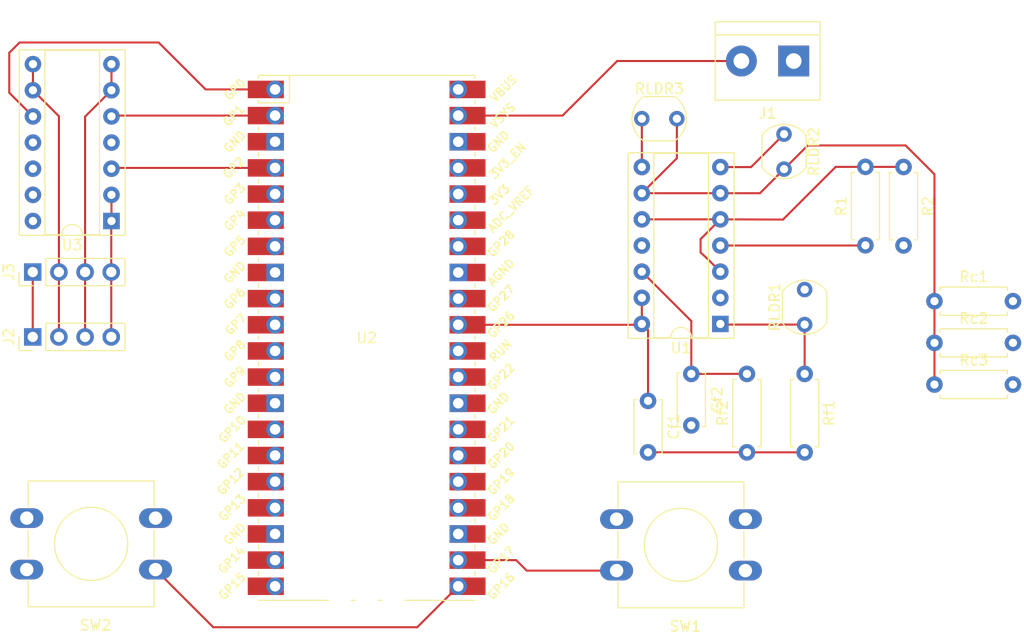
<source format=kicad_pcb>
(kicad_pcb (version 20240108) (generator "pcbnew") (generator_version "8.0")
  (layers (0 "F.Cu" signal) (31 "B.Cu" signal) (34 "B.Paste" user) (35 "F.Paste" user) (36 "B.SilkS" user "B.Silkscreen") (37 "F.SilkS" user "F.Silkscreen") (38 "B.Mask" user) (39 "F.Mask" user) (44 "Edge.Cuts" user))
  (net 0 "")
  (net 1 "Net-(Cf1-Pad2)")
  (net 2 "Net-(U1D-+)")
  (net 3 "GND")
  (net 4 "Net-(J2-Pin_3)")
  (net 5 "Net-(J2-Pin_2)")
  (net 6 "Net-(J2-Pin_4)")
  (net 7 "/Vfiltrado")
  (net 8 "VCC")
  (net 9 "/sensores/Vref")
  (net 10 "Net-(U1A--)")
  (net 11 "/Vldr")
  (net 12 "Net-(RLDR2-Pad1)")
  (net 13 "Net-(RLDR3-Pad1)")
  (net 19 "/VledG")
  (net 23 "/VledB")
  (net 46 "/VledR")
  (net 52 "/Btn1")
  (net 53 "/Btn2")
  (footprint "OptoDevice:R_LDR_5.1x4.3mm_P3.4mm_Vertical" (layer "F.Cu") (at 150.4 63.1 -90)
    (property "Reference" "RLDR2" (at 1.7 -2.9 90) (layer "F.SilkS"))
    (property "Value" "LDR07")
    (fp_line (start 0.15 2.15) (end 3.2 2.15) (stroke (width 0.12)) (layer "F.SilkS"))
    (fp_line (start 0.15 -2.15) (end 3.2 -2.15) (stroke (width 0.12)) (layer "F.SilkS"))
    (fp_arc (start 0.15 2.15) (mid -0.950438 -0.013368) (end 0.171766 -2.165525) (stroke (width 0.12)) (layer "F.SilkS"))
    (fp_arc (start 3.2 -2.15) (mid 4.321403 -0.027338) (end 3.244513 2.118249) (stroke (width 0.12)) (layer "F.SilkS"))
    (pad "1" thru_hole circle (at 0 0 270) (size 1.5 1.5) (drill 0.8) (layers "*.Cu" "*.Mask") (net 12 "Net-(RLDR2-Pad1)"))
    (pad "2" thru_hole circle (at 3.4 0 270) (size 1.5 1.5) (drill 0.8) (layers "*.Cu" "*.Mask") (net 10 "Net-(U1A--)"))
  )
  (footprint "Resistor_THT:R_Axial_DIN0207_L6.3mm_D2.5mm_P7.62mm_Horizontal" (layer "F.Cu") (at 158.3 73.9 90)
    (property "Reference" "R1" (at 3.81 -2.37 90) (layer "F.SilkS"))
    (property "Value" "1k")
    (fp_line (start 7.08 -1.37) (end 7.08 -1.04) (stroke (width 0.12)) (layer "F.SilkS"))
    (fp_line (start 0.54 -1.37) (end 7.08 -1.37) (stroke (width 0.12)) (layer "F.SilkS"))
    (fp_line (start 0.54 -1.04) (end 0.54 -1.37) (stroke (width 0.12)) (layer "F.SilkS"))
    (fp_line (start 0.54 1.04) (end 0.54 1.37) (stroke (width 0.12)) (layer "F.SilkS"))
    (fp_line (start 7.08 1.37) (end 7.08 1.04) (stroke (width 0.12)) (layer "F.SilkS"))
    (fp_line (start 0.54 1.37) (end 7.08 1.37) (stroke (width 0.12)) (layer "F.SilkS"))
    (pad "1" thru_hole circle (at 0 0 90) (size 1.6 1.6) (drill 0.8) (layers "*.Cu" "*.Mask") (net 8 "VCC"))
    (pad "2" thru_hole oval (at 7.62 0 90) (size 1.6 1.6) (drill 0.8) (layers "*.Cu" "*.Mask") (net 9 "/sensores/Vref"))
  )
  (footprint "Connector_PinHeader_2.54mm:PinHeader_1x04_P2.54mm_Vertical" (layer "F.Cu") (at 77.48 82.8 90)
    (property "Reference" "J2" (at 0 -2.33 90) (layer "F.SilkS"))
    (property "Value" "Conn_01x04_Pin")
    (fp_line (start -1.33 -1.33) (end 0 -1.33) (stroke (width 0.12)) (layer "F.SilkS"))
    (fp_line (start -1.33 0) (end -1.33 -1.33) (stroke (width 0.12)) (layer "F.SilkS"))
    (fp_line (start 1.33 1.27) (end 1.33 8.95) (stroke (width 0.12)) (layer "F.SilkS"))
    (fp_line (start -1.33 1.27) (end 1.33 1.27) (stroke (width 0.12)) (layer "F.SilkS"))
    (fp_line (start -1.33 1.27) (end -1.33 8.95) (stroke (width 0.12)) (layer "F.SilkS"))
    (fp_line (start -1.33 8.95) (end 1.33 8.95) (stroke (width 0.12)) (layer "F.SilkS"))
    (pad "1" thru_hole rect (at 0 0 90) (size 1.7 1.7) (drill 1) (layers "*.Cu" "*.Mask") (net 3 "GND"))
    (pad "2" thru_hole oval (at 0 2.54 90) (size 1.7 1.7) (drill 1) (layers "*.Cu" "*.Mask") (net 5 "Net-(J2-Pin_2)"))
    (pad "3" thru_hole oval (at 0 5.08 90) (size 1.7 1.7) (drill 1) (layers "*.Cu" "*.Mask") (net 4 "Net-(J2-Pin_3)"))
    (pad "4" thru_hole oval (at 0 7.62 90) (size 1.7 1.7) (drill 1) (layers "*.Cu" "*.Mask") (net 6 "Net-(J2-Pin_4)"))
  )
  (footprint "OptoDevice:R_LDR_5.1x4.3mm_P3.4mm_Vertical" (layer "F.Cu") (at 136.6 61.6)
    (property "Reference" "RLDR3" (at 1.7 -2.9 360) (layer "F.SilkS"))
    (property "Value" "LDR07")
    (fp_line (start 0.15 -2.15) (end 3.2 -2.15) (stroke (width 0.12)) (layer "F.SilkS"))
    (fp_line (start 0.15 2.15) (end 3.2 2.15) (stroke (width 0.12)) (layer "F.SilkS"))
    (fp_arc (start 0.15 2.15) (mid -0.950438 -0.013368) (end 0.171766 -2.165525) (stroke (width 0.12)) (layer "F.SilkS"))
    (fp_arc (start 3.2 -2.15) (mid 4.321403 -0.027338) (end 3.244513 2.118249) (stroke (width 0.12)) (layer "F.SilkS"))
    (pad "1" thru_hole circle (at 0 0) (size 1.5 1.5) (drill 0.8) (layers "*.Cu" "*.Mask") (net 13 "Net-(RLDR3-Pad1)"))
    (pad "2" thru_hole circle (at 3.4 0) (size 1.5 1.5) (drill 0.8) (layers "*.Cu" "*.Mask") (net 10 "Net-(U1A--)"))
  )
  (footprint "Resistor_THT:R_Axial_DIN0207_L6.3mm_D2.5mm_P7.62mm_Horizontal" (layer "F.Cu") (at 165 87.425)
    (property "Reference" "Rc3" (at 3.81 -2.37 0) (layer "F.SilkS"))
    (property "Value" "660k")
    (fp_line (start 0.54 -1.37) (end 7.08 -1.37) (stroke (width 0.12)) (layer "F.SilkS"))
    (fp_line (start 0.54 -1.04) (end 0.54 -1.37) (stroke (width 0.12)) (layer "F.SilkS"))
    (fp_line (start 0.54 1.04) (end 0.54 1.37) (stroke (width 0.12)) (layer "F.SilkS"))
    (fp_line (start 0.54 1.37) (end 7.08 1.37) (stroke (width 0.12)) (layer "F.SilkS"))
    (fp_line (start 7.08 -1.37) (end 7.08 -1.04) (stroke (width 0.12)) (layer "F.SilkS"))
    (fp_line (start 7.08 1.37) (end 7.08 1.04) (stroke (width 0.12)) (layer "F.SilkS"))
    (pad "1" thru_hole circle (at 0 0) (size 1.6 1.6) (drill 0.8) (layers "*.Cu" "*.Mask") (net 10 "Net-(U1A--)"))
    (pad "2" thru_hole oval (at 7.62 0) (size 1.6 1.6) (drill 0.8) (layers "*.Cu" "*.Mask") (net 3 "GND"))
  )
  (footprint "MCU_RaspberryPi_and_Boards:RPi_Pico_SMD_TH" (layer "F.Cu") (at 109.89 82.89)
    (property "Reference" "U2" (at 0 0 0) (layer "F.SilkS"))
    (property "Value" "Pico")
    (fp_line (start -10.5 -25.5) (end -10.5 -25.2) (stroke (width 0.12)) (layer "F.SilkS"))
    (fp_line (start -10.5 -25.5) (end 10.5 -25.5) (stroke (width 0.12)) (layer "F.SilkS"))
    (fp_line (start -10.5 -23.1) (end -10.5 -22.7) (stroke (width 0.12)) (layer "F.SilkS"))
    (fp_line (start -10.5 -22.833) (end -7.493 -22.833) (stroke (width 0.12)) (layer "F.SilkS"))
    (fp_line (start -10.5 -20.5) (end -10.5 -20.1) (stroke (width 0.12)) (layer "F.SilkS"))
    (fp_line (start -10.5 -18) (end -10.5 -17.6) (stroke (width 0.12)) (layer "F.SilkS"))
    (fp_line (start -10.5 -15.4) (end -10.5 -15) (stroke (width 0.12)) (layer "F.SilkS"))
    (fp_line (start -10.5 -12.9) (end -10.5 -12.5) (stroke (width 0.12)) (layer "F.SilkS"))
    (fp_line (start -10.5 -10.4) (end -10.5 -10) (stroke (width 0.12)) (layer "F.SilkS"))
    (fp_line (start -10.5 -7.8) (end -10.5 -7.4) (stroke (width 0.12)) (layer "F.SilkS"))
    (fp_line (start -10.5 -5.3) (end -10.5 -4.9) (stroke (width 0.12)) (layer "F.SilkS"))
    (fp_line (start -10.5 -2.7) (end -10.5 -2.3) (stroke (width 0.12)) (layer "F.SilkS"))
    (fp_line (start -10.5 -0.2) (end -10.5 0.2) (stroke (width 0.12)) (layer "F.SilkS"))
    (fp_line (start -10.5 2.3) (end -10.5 2.7) (stroke (width 0.12)) (layer "F.SilkS"))
    (fp_line (start -10.5 4.9) (end -10.5 5.3) (stroke (width 0.12)) (layer "F.SilkS"))
    (fp_line (start -10.5 7.4) (end -10.5 7.8) (stroke (width 0.12)) (layer "F.SilkS"))
    (fp_line (start -10.5 10) (end -10.5 10.4) (stroke (width 0.12)) (layer "F.SilkS"))
    (fp_line (start -10.5 12.5) (end -10.5 12.9) (stroke (width 0.12)) (layer "F.SilkS"))
    (fp_line (start -10.5 15.1) (end -10.5 15.5) (stroke (width 0.12)) (layer "F.SilkS"))
    (fp_line (start -10.5 17.6) (end -10.5 18) (stroke (width 0.12)) (layer "F.SilkS"))
    (fp_line (start -10.5 20.1) (end -10.5 20.5) (stroke (width 0.12)) (layer "F.SilkS"))
    (fp_line (start -10.5 22.7) (end -10.5 23.1) (stroke (width 0.12)) (layer "F.SilkS"))
    (fp_line (start -7.493 -22.833) (end -7.493 -25.5) (stroke (width 0.12)) (layer "F.SilkS"))
    (fp_line (start -3.7 25.5) (end -10.5 25.5) (stroke (width 0.12)) (layer "F.SilkS"))
    (fp_line (start -1.5 25.5) (end -1.1 25.5) (stroke (width 0.12)) (layer "F.SilkS"))
    (fp_line (start 1.1 25.5) (end 1.5 25.5) (stroke (width 0.12)) (layer "F.SilkS"))
    (fp_line (start 10.5 -25.5) (end 10.5 -25.2) (stroke (width 0.12)) (layer "F.SilkS"))
    (fp_line (start 10.5 -23.1) (end 10.5 -22.7) (stroke (width 0.12)) (layer "F.SilkS"))
    (fp_line (start 10.5 -20.5) (end 10.5 -20.1) (stroke (width 0.12)) (layer "F.SilkS"))
    (fp_line (start 10.5 -18) (end 10.5 -17.6) (stroke (width 0.12)) (layer "F.SilkS"))
    (fp_line (start 10.5 -15.4) (end 10.5 -15) (stroke (width 0.12)) (layer "F.SilkS"))
    (fp_line (start 10.5 -12.9) (end 10.5 -12.5) (stroke (width 0.12)) (layer "F.SilkS"))
    (fp_line (start 10.5 -10.4) (end 10.5 -10) (stroke (width 0.12)) (layer "F.SilkS"))
    (fp_line (start 10.5 -7.8) (end 10.5 -7.4) (stroke (width 0.12)) (layer "F.SilkS"))
    (fp_line (start 10.5 -5.3) (end 10.5 -4.9) (stroke (width 0.12)) (layer "F.SilkS"))
    (fp_line (start 10.5 -2.7) (end 10.5 -2.3) (stroke (width 0.12)) (layer "F.SilkS"))
    (fp_line (start 10.5 -0.2) (end 10.5 0.2) (stroke (width 0.12)) (layer "F.SilkS"))
    (fp_line (start 10.5 2.3) (end 10.5 2.7) (stroke (width 0.12)) (layer "F.SilkS"))
    (fp_line (start 10.5 4.9) (end 10.5 5.3) (stroke (width 0.12)) (layer "F.SilkS"))
    (fp_line (start 10.5 7.4) (end 10.5 7.8) (stroke (width 0.12)) (layer "F.SilkS"))
    (fp_line (start 10.5 10) (end 10.5 10.4) (stroke (width 0.12)) (layer "F.SilkS"))
    (fp_line (start 10.5 12.5) (end 10.5 12.9) (stroke (width 0.12)) (layer "F.SilkS"))
    (fp_line (start 10.5 15.1) (end 10.5 15.5) (stroke (width 0.12)) (layer "F.SilkS"))
    (fp_line (start 10.5 17.6) (end 10.5 18) (stroke (width 0.12)) (layer "F.SilkS"))
    (fp_line (start 10.5 20.1) (end 10.5 20.5) (stroke (width 0.12)) (layer "F.SilkS"))
    (fp_line (start 10.5 22.7) (end 10.5 23.1) (stroke (width 0.12)) (layer "F.SilkS"))
    (fp_line (start 10.5 25.5) (end 3.7 25.5) (stroke (width 0.12)) (layer "F.SilkS"))
    (fp_text user "GP18" (at 13.054 16.51 45) (layer "F.SilkS") (effects (font (size 0.8 0.8))))
    (fp_text user "GP26" (at 13.054 -1.27 45) (layer "F.SilkS") (effects (font (size 0.8 0.8))))
    (fp_text user "GP20" (at 13.054 11.43 45) (layer "F.SilkS") (effects (font (size 0.8 0.8))))
    (fp_text user "GP7" (at -12.7 -1.3 45) (layer "F.SilkS") (effects (font (size 0.8 0.8))))
    (fp_text user "VSYS" (at 13.2 -21.59 45) (layer "F.SilkS") (effects (font (size 0.8 0.8))))
    (fp_text user "GP28" (at 13.054 -9.144 45) (layer "F.SilkS") (effects (font (size 0.8 0.8))))
    (fp_text user "GP11" (at -13.2 11.43 45) (layer "F.SilkS") (effects (font (size 0.8 0.8))))
    (fp_text user "GP6" (at -12.8 -3.81 45) (layer "F.SilkS") (effects (font (size 0.8 0.8))))
    (fp_text user "VBUS" (at 13.3 -24.2 45) (layer "F.SilkS") (effects (font (size 0.8 0.8))))
    (fp_text user "GP22" (at 13.054 3.81 45) (layer "F.SilkS") (effects (font (size 0.8 0.8))))
    (fp_text user "GP1" (at -12.9 -21.6 45) (layer "F.SilkS") (effects (font (size 0.8 0.8))))
    (fp_text user "GP10" (at -13.054 8.89 45) (layer "F.SilkS") (effects (font (size 0.8 0.8))))
    (fp_text user "GP0" (at -12.8 -24.13 45) (layer "F.SilkS") (effects (font (size 0.8 0.8))))
    (fp_text user "GND" (at -12.8 19.05 45) (layer "F.SilkS") (effects (font (size 0.8 0.8))))
    (fp_text user "GND" (at -12.8 -6.35 45) (layer "F.SilkS") (effects (font (size 0.8 0.8))))
    (fp_text user "GND" (at 12.8 6.35 45) (layer "F.SilkS") (effects (font (size 0.8 0.8))))
    (fp_text user "GND" (at -12.8 6.35 45) (layer "F.SilkS") (effects (font (size 0.8 0.8))))
    (fp_text user "GP15" (at -13.054 24.13 45) (layer "F.SilkS") (effects (font (size 0.8 0.8))))
    (fp_text user "GP16" (at 13.054 24.13 45) (layer "F.SilkS") (effects (font (size 0.8 0.8))))
    (fp_text user "GP8" (at -12.8 1.27 45) (layer "F.SilkS") (effects (font (size 0.8 0.8))))
    (fp_text user "RUN" (at 13 1.27 45) (layer "F.SilkS") (effects (font (size 0.8 0.8))))
    (fp_text user "GP19" (at 13.054 13.97 45) (layer "F.SilkS") (effects (font (size 0.8 0.8))))
    (fp_text user "3V3" (at 12.9 -13.9 45) (layer "F.SilkS") (effects (font (size 0.8 0.8))))
    (fp_text user "GP2" (at -12.9 -16.51 45) (layer "F.SilkS") (effects (font (size 0.8 0.8))))
    (fp_text user "AGND" (at 13.054 -6.35 45) (layer "F.SilkS") (effects (font (size 0.8 0.8))))
    (fp_text user "GP12" (at -13.2 13.97 45) (layer "F.SilkS") (effects (font (size 0.8 0.8))))
    (fp_text user "GP27" (at 13.054 -3.8 45) (layer "F.SilkS") (effects (font (size 0.8 0.8))))
    (fp_text user "GP4" (at -12.8 -11.43 45) (layer "F.SilkS") (effects (font (size 0.8 0.8))))
    (fp_text user "GP13" (at -13.054 16.51 45) (layer "F.SilkS") (effects (font (size 0.8 0.8))))
    (fp_text user "GP14" (at -13.1 21.59 45) (layer "F.SilkS") (effects (font (size 0.8 0.8))))
    (fp_text user "GND" (at 12.8 19.05 45) (layer "F.SilkS") (effects (font (size 0.8 0.8))))
    (fp_text user "GND" (at 12.8 -19.05 45) (layer "F.SilkS") (effects (font (size 0.8 0.8))))
    (fp_text user "GP21" (at 13.054 8.9 45) (layer "F.SilkS") (effects (font (size 0.8 0.8))))
    (fp_text user "3V3_EN" (at 13.7 -17.2 45) (layer "F.SilkS") (effects (font (size 0.8 0.8))))
    (fp_text user "GND" (at -12.8 -19.05 45) (layer "F.SilkS") (effects (font (size 0.8 0.8))))
    (fp_text user "GP9" (at -12.8 3.81 45) (layer "F.SilkS") (effects (font (size 0.8 0.8))))
    (fp_text user "GP17" (at 13.054 21.59 45) (layer "F.SilkS") (effects (font (size 0.8 0.8))))
    (fp_text user "GP3" (at -12.8 -13.97 45) (layer "F.SilkS") (effects (font (size 0.8 0.8))))
    (fp_text user "GP5" (at -12.8 -8.89 45) (layer "F.SilkS") (effects (font (size 0.8 0.8))))
    (fp_text user "ADC_VREF" (at 14 -12.5 45) (layer "F.SilkS") (effects (font (size 0.8 0.8))))
    (pad "" np_thru_hole oval (at -2.725 -24) (size 1.8 1.8) (drill 1.8) (layers "*.Cu" "*.Mask"))
    (pad "" np_thru_hole oval (at -2.425 -20.97) (size 1.5 1.5) (drill 1.5) (layers "*.Cu" "*.Mask"))
    (pad "" np_thru_hole oval (at 2.425 -20.97) (size 1.5 1.5) (drill 1.5) (layers "*.Cu" "*.Mask"))
    (pad "" np_thru_hole oval (at 2.725 -24) (size 1.8 1.8) (drill 1.8) (layers "*.Cu" "*.Mask"))
    (pad "1" thru_hole oval (at -8.89 -24.13) (size 1.7 1.7) (drill 1.02) (layers "*.Cu" "*.Mask") (net 46 "/VledR"))
    (pad "1" smd rect (at -8.89 -24.13) (size 3.5 1.7) (drill (offset -0.9 0)) (layers "F.Cu" "F.Mask") (net 46 "/VledR"))
    (pad "2" thru_hole oval (at -8.89 -21.59) (size 1.7 1.7) (drill 1.02) (layers "*.Cu" "*.Mask") (net 19 "/VledG"))
    (pad "2" smd rect (at -8.89 -21.59) (size 3.5 1.7) (drill (offset -0.9 0)) (layers "F.Cu" "F.Mask") (net 19 "/VledG"))
    (pad "3" thru_hole rect (at -8.89 -19.05) (size 1.7 1.7) (drill 1.02) (layers "*.Cu" "*.Mask"))
    (pad "3" smd rect (at -8.89 -19.05) (size 3.5 1.7) (drill (offset -0.9 0)) (layers "F.Cu" "F.Mask"))
    (pad "4" thru_hole oval (at -8.89 -16.51) (size 1.7 1.7) (drill 1.02) (layers "*.Cu" "*.Mask") (net 23 "/VledB"))
    (pad "4" smd rect (at -8.89 -16.51) (size 3.5 1.7) (drill (offset -0.9 0)) (layers "F.Cu" "F.Mask") (net 23 "/VledB"))
    (pad "5" thru_hole oval (at -8.89 -13.97) (size 1.7 1.7) (drill 1.02) (layers "*.Cu" "*.Mask"))
    (pad "5" smd rect (at -8.89 -13.97) (size 3.5 1.7) (drill (offset -0.9 0)) (layers "F.Cu" "F.Mask"))
    (pad "6" thru_hole oval (at -8.89 -11.43) (size 1.7 1.7) (drill 1.02) (layers "*.Cu" "*.Mask"))
    (pad "6" smd rect (at -8.89 -11.43) (size 3.5 1.7) (drill (offset -0.9 0)) (layers "F.Cu" "F.Mask"))
    (pad "7" thru_hole oval (at -8.89 -8.89) (size 1.7 1.7) (drill 1.02) (layers "*.Cu" "*.Mask"))
    (pad "7" smd rect (at -8.89 -8.89) (size 3.5 1.7) (drill (offset -0.9 0)) (layers "F.Cu" "F.Mask"))
    (pad "8" thru_hole rect (at -8.89 -6.35) (size 1.7 1.7) (drill 1.02) (layers "*.Cu" "*.Mask"))
    (pad "8" smd rect (at -8.89 -6.35) (size 3.5 1.7) (drill (offset -0.9 0)) (layers "F.Cu" "F.Mask"))
    (pad "9" thru_hole oval (at -8.89 -3.81) (size 1.7 1.7) (drill 1.02) (layers "*.Cu" "*.Mask"))
    (pad "9" smd rect (at -8.89 -3.81) (size 3.5 1.7) (drill (offset -0.9 0)) (layers "F.Cu" "F.Mask"))
    (pad "10" thru_hole oval (at -8.89 -1.27) (size 1.7 1.7) (drill 1.02) (layers "*.Cu" "*.Mask"))
    (pad "10" smd rect (at -8.89 -1.27) (size 3.5 1.7) (drill (offset -0.9 0)) (layers "F.Cu" "F.Mask"))
    (pad "11" thru_hole oval (at -8.89 1.27) (size 1.7 1.7) (drill 1.02) (layers "*.Cu" "*.Mask"))
    (pad "11" smd rect (at -8.89 1.27) (size 3.5 1.7) (drill (offset -0.9 0)) (layers "F.Cu" "F.Mask"))
    (pad "12" thru_hole oval (at -8.89 3.81) (size 1.7 1.7) (drill 1.02) (layers "*.Cu" "*.Mask"))
    (pad "12" smd rect (at -8.89 3.81) (size 3.5 1.7) (drill (offset -0.9 0)) (layers "F.Cu" "F.Mask"))
    (pad "13" thru_hole rect (at -8.89 6.35) (size 1.7 1.7) (drill 1.02) (layers "*.Cu" "*.Mask"))
    (pad "13" smd rect (at -8.89 6.35) (size 3.5 1.7) (drill (offset -0.9 0)) (layers "F.Cu" "F.Mask"))
    (pad "14" thru_hole oval (at -8.89 8.89) (size 1.7 1.7) (drill 1.02) (layers "*.Cu" "*.Mask"))
    (pad "14" smd rect (at -8.89 8.89) (size 3.5 1.7) (drill (offset -0.9 0)) (layers "F.Cu" "F.Mask"))
    (pad "15" thru_hole oval (at -8.89 11.43) (size 1.7 1.7) (drill 1.02) (layers "*.Cu" "*.Mask"))
    (pad "15" smd rect (at -8.89 11.43) (size 3.5 1.7) (drill (offset -0.9 0)) (layers "F.Cu" "F.Mask"))
    (pad "16" thru_hole oval (at -8.89 13.97) (size 1.7 1.7) (drill 1.02) (layers "*.Cu" "*.Mask"))
    (pad "16" smd rect (at -8.89 13.97) (size 3.5 1.7) (drill (offset -0.9 0)) (layers "F.Cu" "F.Mask"))
    (pad "17" thru_hole oval (at -8.89 16.51) (size 1.7 1.7) (drill 1.02) (layers "*.Cu" "*.Mask"))
    (pad "17" smd rect (at -8.89 16.51) (size 3.5 1.7) (drill (offset -0.9 0)) (layers "F.Cu" "F.Mask"))
    (pad "18" thru_hole rect (at -8.89 19.05) (size 1.7 1.7) (drill 1.02) (layers "*.Cu" "*.Mask"))
    (pad "18" smd rect (at -8.89 19.05) (size 3.5 1.7) (drill (offset -0.9 0)) (layers "F.Cu" "F.Mask"))
    (pad "19" thru_hole oval (at -8.89 21.59) (size 1.7 1.7) (drill 1.02) (layers "*.Cu" "*.Mask"))
    (pad "19" smd rect (at -8.89 21.59) (size 3.5 1.7) (drill (offset -0.9 0)) (layers "F.Cu" "F.Mask"))
    (pad "20" thru_hole oval (at -8.89 24.13) (size 1.7 1.7) (drill 1.02) (layers "*.Cu" "*.Mask"))
    (pad "20" smd rect (at -8.89 24.13) (size 3.5 1.7) (drill (offset -0.9 0)) (layers "F.Cu" "F.Mask"))
    (pad "21" thru_hole oval (at 8.89 24.13) (size 1.7 1.7) (drill 1.02) (layers "*.Cu" "*.Mask") (net 53 "/Btn2"))
    (pad "21" smd rect (at 8.89 24.13) (size 3.5 1.7) (drill (offset 0.9 0)) (layers "F.Cu" "F.Mask") (net 53 "/Btn2"))
    (pad "22" thru_hole oval (at 8.89 21.59) (size 1.7 1.7) (drill 1.02) (layers "*.Cu" "*.Mask") (net 52 "/Btn1"))
    (pad "22" smd rect (at 8.89 21.59) (size 3.5 1.7) (drill (offset 0.9 0)) (layers "F.Cu" "F.Mask") (net 52 "/Btn1"))
    (pad "23" thru_hole rect (at 8.89 19.05) (size 1.7 1.7) (drill 1.02) (layers "*.Cu" "*.Mask"))
    (pad "23" smd rect (at 8.89 19.05) (size 3.5 1.7) (drill (offset 0.9 0)) (layers "F.Cu" "F.Mask"))
    (pad "24" thru_hole oval (at 8.89 16.51) (size 1.7 1.7) (drill 1.02) (layers "*.Cu" "*.Mask"))
    (pad "24" smd rect (at 8.89 16.51) (size 3.5 1.7) (drill (offset 0.9 0)) (layers "F.Cu" "F.Mask"))
    (pad "25" thru_hole oval (at 8.89 13.97) (size 1.7 1.7) (drill 1.02) (layers "*.Cu" "*.Mask"))
    (pad "25" smd rect (at 8.89 13.97) (size 3.5 1.7) (drill (offset 0.9 0)) (layers "F.Cu" "F.Mask"))
    (pad "26" thru_hole oval (at 8.89 11.43) (size 1.7 1.7) (drill 1.02) (layers "*.Cu" "*.Mask"))
    (pad "26" smd rect (at 8.89 11.43) (size 3.5 1.7) (drill (offset 0.9 0)) (layers "F.Cu" "F.Mask"))
    (pad "27" thru_hole oval (at 8.89 8.89) (size 1.7 1.7) (drill 1.02) (layers "*.Cu" "*.Mask"))
    (pad "27" smd rect (at 8.89 8.89) (size 3.5 1.7) (drill (offset 0.9 0)) (layers "F.Cu" "F.Mask"))
    (pad "28" thru_hole rect (at 8.89 6.35) (size 1.7 1.7) (drill 1.02) (layers "*.Cu" "*.Mask"))
    (pad "28" smd rect (at 8.89 6.35) (size 3.5 1.7) (drill (offset 0.9 0)) (layers "F.Cu" "F.Mask"))
    (pad "29" thru_hole oval (at 8.89 3.81) (size 1.7 1.7) (drill 1.02) (layers "*.Cu" "*.Mask"))
    (pad "29" smd rect (at 8.89 3.81) (size 3.5 1.7) (drill (offset 0.9 0)) (layers "F.Cu" "F.Mask"))
    (pad "30" thru_hole oval (at 8.89 1.27) (size 1.7 1.7) (drill 1.02) (layers "*.Cu" "*.Mask"))
    (pad "30" smd rect (at 8.89 1.27) (size 3.5 1.7) (drill (offset 0.9 0)) (layers "F.Cu" "F.Mask"))
    (pad "31" thru_hole oval (at 8.89 -1.27) (size 1.7 1.7) (drill 1.02) (layers "*.Cu" "*.Mask") (net 7 "/Vfiltrado"))
    (pad "31" smd rect (at 8.89 -1.27) (size 3.5 1.7) (drill (offset 0.9 0)) (layers "F.Cu" "F.Mask") (net 7 "/Vfiltrado"))
    (pad "32" thru_hole oval (at 8.89 -3.81) (size 1.7 1.7) (drill 1.02) (layers "*.Cu" "*.Mask"))
    (pad "32" smd rect (at 8.89 -3.81) (size 3.5 1.7) (drill (offset 0.9 0)) (layers "F.Cu" "F.Mask"))
    (pad "33" thru_hole rect (at 8.89 -6.35) (size 1.7 1.7) (drill 1.02) (layers "*.Cu" "*.Mask"))
    (pad "33" smd rect (at 8.89 -6.35) (size 3.5 1.7) (drill (offset 0.9 0)) (layers "F.Cu" "F.Mask"))
    (pad "34" thru_hole oval (at 8.89 -8.89) (size 1.7 1.7) (drill 1.02) (layers "*.Cu" "*.Mask"))
    (pad "34" smd rect (at 8.89 -8.89) (size 3.5 1.7) (drill (offset 0.9 0)) (layers "F.Cu" "F.Mask"))
    (pad "35" thru_hole oval (at 8.89 -11.43) (size 1.7 1.7) (drill 1.02) (layers "*.Cu" "*.Mask"))
    (pad "35" smd rect (at 8.89 -11.43) (size 3.5 1.7) (drill (offset 0.9 0)) (layers "F.Cu" "F.Mask"))
    (pad "36" thru_hole oval (at 8.89 -13.97) (size 1.7 1.7) (drill 1.02) (layers "*.Cu" "*.Mask"))
    (pad "36" smd rect (at 8.89 -13.97) (size 3.5 1.7) (drill (offset 0.9 0)) (layers "F.Cu" "F.Mask"))
    (pad "37" thru_hole oval (at 8.89 -16.51) (size 1.7 1.7) (drill 1.02) (layers "*.Cu" "*.Mask"))
    (pad "37" smd rect (at 8.89 -16.51) (size 3.5 1.7) (drill (offset 0.9 0)) (layers "F.Cu" "F.Mask"))
    (pad "38" thru_hole rect (at 8.89 -19.05) (size 1.7 1.7) (drill 1.02) (layers "*.Cu" "*.Mask") (net 3 "GND"))
    (pad "38" smd rect (at 8.89 -19.05) (size 3.5 1.7) (drill (offset 0.9 0)) (layers "F.Cu" "F.Mask") (net 3 "GND"))
    (pad "39" thru_hole oval (at 8.89 -21.59) (size 1.7 1.7) (drill 1.02) (layers "*.Cu" "*.Mask") (net 8 "VCC"))
    (pad "39" smd rect (at 8.89 -21.59) (size 3.5 1.7) (drill (offset 0.9 0)) (layers "F.Cu" "F.Mask") (net 8 "VCC"))
    (pad "40" thru_hole oval (at 8.89 -24.13) (size 1.7 1.7) (drill 1.02) (layers "*.Cu" "*.Mask"))
    (pad "40" smd rect (at 8.89 -24.13) (size 3.5 1.7) (drill (offset 0.9 0)) (layers "F.Cu" "F.Mask"))
  )
  (footprint "Button_Switch_THT:SW_PUSH-12mm" (layer "F.Cu") (at 146.65 105.5 180)
    (property "Reference" "SW1" (at 5.83 -5.41 360) (layer "F.SilkS"))
    (property "Value" "~")
    (fp_line (start 12.36 8.61) (end 0.14 8.61) (stroke (width 0.12)) (layer "F.SilkS"))
    (fp_line (start 12.36 6.1) (end 12.36 8.61) (stroke (width 0.12)) (layer "F.SilkS"))
    (fp_line (start 12.36 1.2) (end 12.36 3.8) (stroke (width 0.12)) (layer "F.SilkS"))
    (fp_line (start 12.36 -3.61) (end 12.36 -1.1) (stroke (width 0.12)) (layer "F.SilkS"))
    (fp_line (start 0.14 6.1) (end 0.14 8.61) (stroke (width 0.12)) (layer "F.SilkS"))
    (fp_line (start 0.14 1.2) (end 0.14 3.8) (stroke (width 0.12)) (layer "F.SilkS"))
    (fp_line (start 0.14 -3.61) (end 12.36 -3.61) (stroke (width 0.12)) (layer "F.SilkS"))
    (fp_line (start 0.14 -3.61) (end 0.14 -1.1) (stroke (width 0.12)) (layer "F.SilkS"))
    (fp_circle (center 6.25 2.5) (end 9.8 2.5) (stroke (width 0.12)) (fill none) (layer "F.SilkS"))
    (pad "1" thru_hole oval (at 0 0 180) (size 3.2 1.9) (drill 1.3) (layers "*.Cu" "*.Mask") (net 52 "/Btn1"))
    (pad "2" thru_hole oval (at 12.5 0 180) (size 3.2 1.9) (drill 1.3) (layers "*.Cu" "*.Mask") (net 52 "/Btn1"))
    (pad "3" thru_hole oval (at 0 5 180) (size 3.2 1.9) (drill 1.3) (layers "*.Cu" "*.Mask") (net 3 "GND"))
    (pad "4" thru_hole oval (at 12.5 5 180) (size 3.2 1.9) (drill 1.3) (layers "*.Cu" "*.Mask") (net 3 "GND"))
  )
  (footprint "Package_DIP:DIP-14_W7.62mm_Socket" (layer "F.Cu") (at 144.22 81.54 180)
    (property "Reference" "U1" (at 3.81 -2.33 360) (layer "F.SilkS"))
    (property "Value" "LM324")
    (fp_line (start 8.95 16.63) (end 8.95 -1.39) (stroke (width 0.12)) (layer "F.SilkS"))
    (fp_line (start 8.95 -1.39) (end -1.33 -1.39) (stroke (width 0.12)) (layer "F.SilkS"))
    (fp_line (start 6.46 16.57) (end 6.46 -1.33) (stroke (width 0.12)) (layer "F.SilkS"))
    (fp_line (start 6.46 -1.33) (end 4.81 -1.33) (stroke (width 0.12)) (layer "F.SilkS"))
    (fp_line (start 2.81 -1.33) (end 1.16 -1.33) (stroke (width 0.12)) (layer "F.SilkS"))
    (fp_line (start 1.16 16.57) (end 6.46 16.57) (stroke (width 0.12)) (layer "F.SilkS"))
    (fp_line (start 1.16 -1.33) (end 1.16 16.57) (stroke (width 0.12)) (layer "F.SilkS"))
    (fp_line (start -1.33 16.63) (end 8.95 16.63) (stroke (width 0.12)) (layer "F.SilkS"))
    (fp_line (start -1.33 -1.39) (end -1.33 16.63) (stroke (width 0.12)) (layer "F.SilkS"))
    (fp_arc (start 4.81 -1.33) (mid 3.81 -0.33) (end 2.81 -1.33) (stroke (width 0.12)) (layer "F.SilkS"))
    (pad "1" thru_hole rect (at 0 0 180) (size 1.6 1.6) (drill 0.8) (layers "*.Cu" "*.Mask") (net 11 "/Vldr"))
    (pad "2" thru_hole oval (at 0 2.54 180) (size 1.6 1.6) (drill 0.8) (layers "*.Cu" "*.Mask") (net 10 "Net-(U1A--)"))
    (pad "3" thru_hole oval (at 0 5.08 180) (size 1.6 1.6) (drill 0.8) (layers "*.Cu" "*.Mask") (net 9 "/sensores/Vref"))
    (pad "4" thru_hole oval (at 0 7.62 180) (size 1.6 1.6) (drill 0.8) (layers "*.Cu" "*.Mask") (net 8 "VCC"))
    (pad "5" thru_hole oval (at 0 10.16 180) (size 1.6 1.6) (drill 0.8) (layers "*.Cu" "*.Mask") (net 9 "/sensores/Vref"))
    (pad "6" thru_hole oval (at 0 12.7 180) (size 1.6 1.6) (drill 0.8) (layers "*.Cu" "*.Mask") (net 10 "Net-(U1A--)"))
    (pad "7" thru_hole oval (at 0 15.24 180) (size 1.6 1.6) (drill 0.8) (layers "*.Cu" "*.Mask") (net 12 "Net-(RLDR2-Pad1)"))
    (pad "8" thru_hole oval (at 7.62 15.24 180) (size 1.6 1.6) (drill 0.8) (layers "*.Cu" "*.Mask") (net 13 "Net-(RLDR3-Pad1)"))
    (pad "9" thru_hole oval (at 7.62 12.7 180) (size 1.6 1.6) (drill 0.8) (layers "*.Cu" "*.Mask") (net 10 "Net-(U1A--)"))
    (pad "10" thru_hole oval (at 7.62 10.16 180) (size 1.6 1.6) (drill 0.8) (layers "*.Cu" "*.Mask") (net 9 "/sensores/Vref"))
    (pad "11" thru_hole oval (at 7.62 7.62 180) (size 1.6 1.6) (drill 0.8) (layers "*.Cu" "*.Mask") (net 3 "GND"))
    (pad "12" thru_hole oval (at 7.62 5.08 180) (size 1.6 1.6) (drill 0.8) (layers "*.Cu" "*.Mask") (net 2 "Net-(U1D-+)"))
    (pad "13" thru_hole oval (at 7.62 2.54 180) (size 1.6 1.6) (drill 0.8) (layers "*.Cu" "*.Mask") (net 7 "/Vfiltrado"))
    (pad "14" thru_hole oval (at 7.62 0 180) (size 1.6 1.6) (drill 0.8) (layers "*.Cu" "*.Mask") (net 7 "/Vfiltrado"))
  )
  (footprint "Package_DIP:DIP-14_W7.62mm_Socket" (layer "F.Cu") (at 85.12 71.54 180)
    (property "Reference" "U3" (at 3.81 -2.33 0) (layer "F.SilkS"))
    (property "Value" "LM324")
    (fp_line (start 8.95 16.63) (end 8.95 -1.39) (stroke (width 0.12)) (layer "F.SilkS"))
    (fp_line (start 8.95 -1.39) (end -1.33 -1.39) (stroke (width 0.12)) (layer "F.SilkS"))
    (fp_line (start 6.46 16.57) (end 6.46 -1.33) (stroke (width 0.12)) (layer "F.SilkS"))
    (fp_line (start 6.46 -1.33) (end 4.81 -1.33) (stroke (width 0.12)) (layer "F.SilkS"))
    (fp_line (start 2.81 -1.33) (end 1.16 -1.33) (stroke (width 0.12)) (layer "F.SilkS"))
    (fp_line (start 1.16 16.57) (end 6.46 16.57) (stroke (width 0.12)) (layer "F.SilkS"))
    (fp_line (start 1.16 -1.33) (end 1.16 16.57) (stroke (width 0.12)) (layer "F.SilkS"))
    (fp_line (start -1.33 16.63) (end 8.95 16.63) (stroke (width 0.12)) (layer "F.SilkS"))
    (fp_line (start -1.33 -1.39) (end -1.33 16.63) (stroke (width 0.12)) (layer "F.SilkS"))
    (fp_arc (start 4.81 -1.33) (mid 3.81 -0.33) (end 2.81 -1.33) (stroke (width 0.12)) (layer "F.SilkS"))
    (pad "1" thru_hole rect (at 0 0 180) (size 1.6 1.6) (drill 0.8) (layers "*.Cu" "*.Mask") (net 6 "Net-(J2-Pin_4)"))
    (pad "2" thru_hole oval (at 0 2.54 180) (size 1.6 1.6) (drill 0.8) (layers "*.Cu" "*.Mask") (net 6 "Net-(J2-Pin_4)"))
    (pad "3" thru_hole oval (at 0 5.08 180) (size 1.6 1.6) (drill 0.8) (layers "*.Cu" "*.Mask") (net 23 "/VledB"))
    (pad "4" thru_hole oval (at 0 7.62 180) (size 1.6 1.6) (drill 0.8) (layers "*.Cu" "*.Mask") (net 8 "VCC"))
    (pad "5" thru_hole oval (at 0 10.16 180) (size 1.6 1.6) (drill 0.8) (layers "*.Cu" "*.Mask") (net 19 "/VledG"))
    (pad "6" thru_hole oval (at 0 12.7 180) (size 1.6 1.6) (drill 0.8) (layers "*.Cu" "*.Mask") (net 4 "Net-(J2-Pin_3)"))
    (pad "7" thru_hole oval (at 0 15.24 180) (size 1.6 1.6) (drill 0.8) (layers "*.Cu" "*.Mask") (net 4 "Net-(J2-Pin_3)"))
    (pad "8" thru_hole oval (at 7.62 15.24 180) (size 1.6 1.6) (drill 0.8) (layers "*.Cu" "*.Mask") (net 5 "Net-(J2-Pin_2)"))
    (pad "9" thru_hole oval (at 7.62 12.7 180) (size 1.6 1.6) (drill 0.8) (layers "*.Cu" "*.Mask") (net 5 "Net-(J2-Pin_2)"))
    (pad "10" thru_hole oval (at 7.62 10.16 180) (size 1.6 1.6) (drill 0.8) (layers "*.Cu" "*.Mask") (net 46 "/VledR"))
    (pad "11" thru_hole oval (at 7.62 7.62 180) (size 1.6 1.6) (drill 0.8) (layers "*.Cu" "*.Mask") (net 3 "GND"))
    (pad "12" thru_hole oval (at 7.62 5.08 180) (size 1.6 1.6) (drill 0.8) (layers "*.Cu" "*.Mask"))
    (pad "13" thru_hole oval (at 7.62 2.54 180) (size 1.6 1.6) (drill 0.8) (layers "*.Cu" "*.Mask"))
    (pad "14" thru_hole oval (at 7.62 0 180) (size 1.6 1.6) (drill 0.8) (layers "*.Cu" "*.Mask"))
  )
  (footprint "Resistor_THT:R_Axial_DIN0207_L6.3mm_D2.5mm_P7.62mm_Horizontal" (layer "F.Cu") (at 152.4 86.39 -90)
    (property "Reference" "Rf1" (at 3.81 -2.37 90) (layer "F.SilkS"))
    (property "Value" "22k")
    (fp_line (start 0.54 1.37) (end 7.08 1.37) (stroke (width 0.12)) (layer "F.SilkS"))
    (fp_line (start 7.08 1.37) (end 7.08 1.04) (stroke (width 0.12)) (layer "F.SilkS"))
    (fp_line (start 0.54 1.04) (end 0.54 1.37) (stroke (width 0.12)) (layer "F.SilkS"))
    (fp_line (start 0.54 -1.04) (end 0.54 -1.37) (stroke (width 0.12)) (layer "F.SilkS"))
    (fp_line (start 0.54 -1.37) (end 7.08 -1.37) (stroke (width 0.12)) (layer "F.SilkS"))
    (fp_line (start 7.08 -1.37) (end 7.08 -1.04) (stroke (width 0.12)) (layer "F.SilkS"))
    (pad "1" thru_hole circle (at 0 0 270) (size 1.6 1.6) (drill 0.8) (layers "*.Cu" "*.Mask") (net 11 "/Vldr"))
    (pad "2" thru_hole oval (at 7.62 0 270) (size 1.6 1.6) (drill 0.8) (layers "*.Cu" "*.Mask") (net 1 "Net-(Cf1-Pad2)"))
  )
  (footprint "Resistor_THT:R_Axial_DIN0207_L6.3mm_D2.5mm_P7.62mm_Horizontal" (layer "F.Cu") (at 165 83.375)
    (property "Reference" "Rc2" (at 3.81 -2.37 0) (layer "F.SilkS"))
    (property "Value" "660k")
    (fp_line (start 0.54 -1.37) (end 7.08 -1.37) (stroke (width 0.12)) (layer "F.SilkS"))
    (fp_line (start 0.54 -1.04) (end 0.54 -1.37) (stroke (width 0.12)) (layer "F.SilkS"))
    (fp_line (start 0.54 1.04) (end 0.54 1.37) (stroke (width 0.12)) (layer "F.SilkS"))
    (fp_line (start 0.54 1.37) (end 7.08 1.37) (stroke (width 0.12)) (layer "F.SilkS"))
    (fp_line (start 7.08 -1.37) (end 7.08 -1.04) (stroke (width 0.12)) (layer "F.SilkS"))
    (fp_line (start 7.08 1.37) (end 7.08 1.04) (stroke (width 0.12)) (layer "F.SilkS"))
    (pad "1" thru_hole circle (at 0 0) (size 1.6 1.6) (drill 0.8) (layers "*.Cu" "*.Mask") (net 10 "Net-(U1A--)"))
    (pad "2" thru_hole oval (at 7.62 0) (size 1.6 1.6) (drill 0.8) (layers "*.Cu" "*.Mask") (net 3 "GND"))
  )
  (footprint "Connector_PinHeader_2.54mm:PinHeader_1x04_P2.54mm_Vertical" (layer "F.Cu") (at 77.48 76.5 90)
    (property "Reference" "J3" (at 0 -2.33 90) (layer "F.SilkS"))
    (property "Value" "Conn_01x04_Pin")
    (fp_line (start -1.33 -1.33) (end 0 -1.33) (stroke (width 0.12)) (layer "F.SilkS"))
    (fp_line (start -1.33 0) (end -1.33 -1.33) (stroke (width 0.12)) (layer "F.SilkS"))
    (fp_line (start 1.33 1.27) (end 1.33 8.95) (stroke (width 0.12)) (layer "F.SilkS"))
    (fp_line (start -1.33 1.27) (end 1.33 1.27) (stroke (width 0.12)) (layer "F.SilkS"))
    (fp_line (start -1.33 1.27) (end -1.33 8.95) (stroke (width 0.12)) (layer "F.SilkS"))
    (fp_line (start -1.33 8.95) (end 1.33 8.95) (stroke (width 0.12)) (layer "F.SilkS"))
    (pad "1" thru_hole rect (at 0 0 90) (size 1.7 1.7) (drill 1) (layers "*.Cu" "*.Mask") (net 3 "GND"))
    (pad "2" thru_hole oval (at 0 2.54 90) (size 1.7 1.7) (drill 1) (layers "*.Cu" "*.Mask") (net 5 "Net-(J2-Pin_2)"))
    (pad "3" thru_hole oval (at 0 5.08 90) (size 1.7 1.7) (drill 1) (layers "*.Cu" "*.Mask") (net 4 "Net-(J2-Pin_3)"))
    (pad "4" thru_hole oval (at 0 7.62 90) (size 1.7 1.7) (drill 1) (layers "*.Cu" "*.Mask") (net 6 "Net-(J2-Pin_4)"))
  )
  (footprint "Capacitor_THT:C_Disc_D5.0mm_W2.5mm_P5.00mm" (layer "F.Cu") (at 137.2 89.01 -90)
    (property "Reference" "Cf1" (at 2.5 -2.5 90) (layer "F.SilkS"))
    (property "Value" "50n")
    (fp_line (start -0.12 1.37) (end 5.12 1.37) (stroke (width 0.12)) (layer "F.SilkS"))
    (fp_line (start -0.12 1.055) (end -0.12 1.37) (stroke (width 0.12)) (layer "F.SilkS"))
    (fp_line (start 5.12 1.055) (end 5.12 1.37) (stroke (width 0.12)) (layer "F.SilkS"))
    (fp_line (start -0.12 -1.37) (end -0.12 -1.055) (stroke (width 0.12)) (layer "F.SilkS"))
    (fp_line (start -0.12 -1.37) (end 5.12 -1.37) (stroke (width 0.12)) (layer "F.SilkS"))
    (fp_line (start 5.12 -1.37) (end 5.12 -1.055) (stroke (width 0.12)) (layer "F.SilkS"))
    (pad "1" thru_hole circle (at 0 0 270) (size 1.6 1.6) (drill 0.8) (layers "*.Cu" "*.Mask") (net 7 "/Vfiltrado"))
    (pad "2" thru_hole circle (at 5 0 270) (size 1.6 1.6) (drill 0.8) (layers "*.Cu" "*.Mask") (net 1 "Net-(Cf1-Pad2)"))
  )
  (footprint "Resistor_THT:R_Axial_DIN0207_L6.3mm_D2.5mm_P7.62mm_Horizontal" (layer "F.Cu") (at 162 66.29 -90)
    (property "Reference" "R2" (at 3.81 -2.37 90) (layer "F.SilkS"))
    (property "Value" "680")
    (fp_line (start 0.54 1.37) (end 7.08 1.37) (stroke (width 0.12)) (layer "F.SilkS"))
    (fp_line (start 7.08 1.37) (end 7.08 1.04) (stroke (width 0.12)) (layer "F.SilkS"))
    (fp_line (start 0.54 1.04) (end 0.54 1.37) (stroke (width 0.12)) (layer "F.SilkS"))
    (fp_line (start 0.54 -1.04) (end 0.54 -1.37) (stroke (width 0.12)) (layer "F.SilkS"))
    (fp_line (start 0.54 -1.37) (end 7.08 -1.37) (stroke (width 0.12)) (layer "F.SilkS"))
    (fp_line (start 7.08 -1.37) (end 7.08 -1.04) (stroke (width 0.12)) (layer "F.SilkS"))
    (pad "1" thru_hole circle (at 0 0 270) (size 1.6 1.6) (drill 0.8) (layers "*.Cu" "*.Mask") (net 9 "/sensores/Vref"))
    (pad "2" thru_hole oval (at 7.62 0 270) (size 1.6 1.6) (drill 0.8) (layers "*.Cu" "*.Mask") (net 3 "GND"))
  )
  (footprint "Capacitor_THT:C_Disc_D5.0mm_W2.5mm_P5.00mm" (layer "F.Cu") (at 141.4 86.39 -90)
    (property "Reference" "Cf2" (at 2.5 -2.5 90) (layer "F.SilkS"))
    (property "Value" "25n")
    (fp_line (start -0.12 1.37) (end 5.12 1.37) (stroke (width 0.12)) (layer "F.SilkS"))
    (fp_line (start -0.12 1.055) (end -0.12 1.37) (stroke (width 0.12)) (layer "F.SilkS"))
    (fp_line (start 5.12 1.055) (end 5.12 1.37) (stroke (width 0.12)) (layer "F.SilkS"))
    (fp_line (start -0.12 -1.37) (end -0.12 -1.055) (stroke (width 0.12)) (layer "F.SilkS"))
    (fp_line (start -0.12 -1.37) (end 5.12 -1.37) (stroke (width 0.12)) (layer "F.SilkS"))
    (fp_line (start 5.12 -1.37) (end 5.12 -1.055) (stroke (width 0.12)) (layer "F.SilkS"))
    (pad "1" thru_hole circle (at 0 0 270) (size 1.6 1.6) (drill 0.8) (layers "*.Cu" "*.Mask") (net 2 "Net-(U1D-+)"))
    (pad "2" thru_hole circle (at 5 0 270) (size 1.6 1.6) (drill 0.8) (layers "*.Cu" "*.Mask") (net 3 "GND"))
  )
  (footprint "Resistor_THT:R_Axial_DIN0207_L6.3mm_D2.5mm_P7.62mm_Horizontal" (layer "F.Cu") (at 146.8 94.01 90)
    (property "Reference" "Rf2" (at 3.81 -2.37 90) (layer "F.SilkS"))
    (property "Value" "22k")
    (fp_line (start 7.08 -1.37) (end 7.08 -1.04) (stroke (width 0.12)) (layer "F.SilkS"))
    (fp_line (start 0.54 -1.37) (end 7.08 -1.37) (stroke (width 0.12)) (layer "F.SilkS"))
    (fp_line (start 0.54 -1.04) (end 0.54 -1.37) (stroke (width 0.12)) (layer "F.SilkS"))
    (fp_line (start 0.54 1.04) (end 0.54 1.37) (stroke (width 0.12)) (layer "F.SilkS"))
    (fp_line (start 7.08 1.37) (end 7.08 1.04) (stroke (width 0.12)) (layer "F.SilkS"))
    (fp_line (start 0.54 1.37) (end 7.08 1.37) (stroke (width 0.12)) (layer "F.SilkS"))
    (pad "1" thru_hole circle (at 0 0 90) (size 1.6 1.6) (drill 0.8) (layers "*.Cu" "*.Mask") (net 1 "Net-(Cf1-Pad2)"))
    (pad "2" thru_hole oval (at 7.62 0 90) (size 1.6 1.6) (drill 0.8) (layers "*.Cu" "*.Mask") (net 2 "Net-(U1D-+)"))
  )
  (footprint "Button_Switch_THT:SW_PUSH-12mm" (layer "F.Cu") (at 89.4 105.4 180)
    (property "Reference" "SW2" (at 5.83 -5.41 360) (layer "F.SilkS"))
    (property "Value" "~")
    (fp_line (start 12.36 8.61) (end 0.14 8.61) (stroke (width 0.12)) (layer "F.SilkS"))
    (fp_line (start 12.36 6.1) (end 12.36 8.61) (stroke (width 0.12)) (layer "F.SilkS"))
    (fp_line (start 12.36 1.2) (end 12.36 3.8) (stroke (width 0.12)) (layer "F.SilkS"))
    (fp_line (start 12.36 -3.61) (end 12.36 -1.1) (stroke (width 0.12)) (layer "F.SilkS"))
    (fp_line (start 0.14 6.1) (end 0.14 8.61) (stroke (width 0.12)) (layer "F.SilkS"))
    (fp_line (start 0.14 1.2) (end 0.14 3.8) (stroke (width 0.12)) (layer "F.SilkS"))
    (fp_line (start 0.14 -3.61) (end 12.36 -3.61) (stroke (width 0.12)) (layer "F.SilkS"))
    (fp_line (start 0.14 -3.61) (end 0.14 -1.1) (stroke (width 0.12)) (layer "F.SilkS"))
    (fp_circle (center 6.25 2.5) (end 9.8 2.5) (stroke (width 0.12)) (fill none) (layer "F.SilkS"))
    (pad "1" thru_hole oval (at 0 0 180) (size 3.2 1.9) (drill 1.3) (layers "*.Cu" "*.Mask") (net 53 "/Btn2"))
    (pad "2" thru_hole oval (at 12.5 0 180) (size 3.2 1.9) (drill 1.3) (layers "*.Cu" "*.Mask") (net 53 "/Btn2"))
    (pad "3" thru_hole oval (at 0 5 180) (size 3.2 1.9) (drill 1.3) (layers "*.Cu" "*.Mask") (net 3 "GND"))
    (pad "4" thru_hole oval (at 12.5 5 180) (size 3.2 1.9) (drill 1.3) (layers "*.Cu" "*.Mask") (net 3 "GND"))
  )
  (footprint "TerminalBlock:TerminalBlock_bornier-2_P5.08mm" (layer "F.Cu") (at 151.34 56 180)
    (property "Reference" "J1" (at 2.54 -5.08 360) (layer "F.SilkS"))
    (property "Value" "~")
    (fp_line (start 7.62 3.81) (end 7.62 -3.81) (stroke (width 0.12)) (layer "F.SilkS"))
    (fp_line (start 7.62 2.54) (end -2.54 2.54) (stroke (width 0.12)) (layer "F.SilkS"))
    (fp_line (start 7.62 -3.81) (end -2.54 -3.81) (stroke (width 0.12)) (layer "F.SilkS"))
    (fp_line (start -2.54 3.81) (end 7.62 3.81) (stroke (width 0.12)) (layer "F.SilkS"))
    (fp_line (start -2.54 -3.81) (end -2.54 3.81) (stroke (width 0.12)) (layer "F.SilkS"))
    (pad "1" thru_hole rect (at 0 0 180) (size 3 3) (drill 1.52) (layers "*.Cu" "*.Mask") (net 3 "GND"))
    (pad "2" thru_hole circle (at 5.08 0 180) (size 3 3) (drill 1.52) (layers "*.Cu" "*.Mask") (net 8 "VCC"))
  )
  (footprint "Resistor_THT:R_Axial_DIN0207_L6.3mm_D2.5mm_P7.62mm_Horizontal" (layer "F.Cu") (at 165 79.325)
    (property "Reference" "Rc1" (at 3.81 -2.37 0) (layer "F.SilkS"))
    (property "Value" "660k")
    (fp_line (start 0.54 -1.37) (end 7.08 -1.37) (stroke (width 0.12)) (layer "F.SilkS"))
    (fp_line (start 0.54 -1.04) (end 0.54 -1.37) (stroke (width 0.12)) (layer "F.SilkS"))
    (fp_line (start 0.54 1.04) (end 0.54 1.37) (stroke (width 0.12)) (layer "F.SilkS"))
    (fp_line (start 0.54 1.37) (end 7.08 1.37) (stroke (width 0.12)) (layer "F.SilkS"))
    (fp_line (start 7.08 -1.37) (end 7.08 -1.04) (stroke (width 0.12)) (layer "F.SilkS"))
    (fp_line (start 7.08 1.37) (end 7.08 1.04) (stroke (width 0.12)) (layer "F.SilkS"))
    (pad "1" thru_hole circle (at 0 0) (size 1.6 1.6) (drill 0.8) (layers "*.Cu" "*.Mask") (net 10 "Net-(U1A--)"))
    (pad "2" thru_hole oval (at 7.62 0) (size 1.6 1.6) (drill 0.8) (layers "*.Cu" "*.Mask") (net 3 "GND"))
  )
  (footprint "OptoDevice:R_LDR_5.1x4.3mm_P3.4mm_Vertical" (layer "F.Cu") (at 152.4 81.6 90)
    (property "Reference" "RLDR1" (at 1.7 -2.9 90) (layer "F.SilkS"))
    (property "Value" "LDR07")
    (fp_line (start 0.15 -2.15) (end 3.2 -2.15) (stroke (width 0.12)) (layer "F.SilkS"))
    (fp_line (start 0.15 2.15) (end 3.2 2.15) (stroke (width 0.12)) (layer "F.SilkS"))
    (fp_arc (start 3.2 -2.15) (mid 4.321403 -0.027338) (end 3.244513 2.118249) (stroke (width 0.12)) (layer "F.SilkS"))
    (fp_arc (start 0.15 2.15) (mid -0.950438 -0.013368) (end 0.171766 -2.165525) (stroke (width 0.12)) (layer "F.SilkS"))
    (pad "1" thru_hole circle (at 0 0 90) (size 1.5 1.5) (drill 0.8) (layers "*.Cu" "*.Mask") (net 11 "/Vldr"))
    (pad "2" thru_hole circle (at 3.4 0 90) (size 1.5 1.5) (drill 0.8) (layers "*.Cu" "*.Mask") (net 10 "Net-(U1A--)"))
  )
  (segment (start 152.4 94.01) (end 146.8 94.01) (width 0.2) (layer "F.Cu") (net 1))
  (segment (start 137.2 94.01) (end 146.8 94.01) (width 0.2) (layer "F.Cu") (net 1))
  (segment (start 146.8 86.39) (end 141.4 86.39) (width 0.2) (layer "F.Cu") (net 2))
  (segment (start 141.4 86.39) (end 141.4 81.26) (width 0.2) (layer "F.Cu") (net 2))
  (segment (start 141.4 81.26) (end 136.6 76.46) (width 0.2) (layer "F.Cu") (net 2))
  (segment (start 77.48 82.8) (end 77.48 76.5) (width 0.2) (layer "F.Cu") (net 3))
  (segment (start 82.56 82.8) (end 82.56 76.5) (width 0.2) (layer "F.Cu") (net 4))
  (segment (start 82.56 61.4) (end 85.12 58.84) (width 0.2) (layer "F.Cu") (net 4))
  (segment (start 85.12 58.84) (end 85.12 56.3) (width 0.2) (layer "F.Cu") (net 4))
  (segment (start 82.56 76.5) (end 82.56 61.4) (width 0.2) (layer "F.Cu") (net 4))
  (segment (start 77.45 56.25) (end 77.5 56.3) (width 0.2) (layer "F.Cu") (net 5))
  (segment (start 77.5 58.84) (end 77.5 56.3) (width 0.2) (layer "F.Cu") (net 5))
  (segment (start 77.5 58.84) (end 80.02 61.36) (width 0.2) (layer "F.Cu") (net 5))
  (segment (start 80.02 61.36) (end 80.02 76.5) (width 0.2) (layer "F.Cu") (net 5))
  (segment (start 80.02 76.5) (end 80.02 82.8) (width 0.2) (layer "F.Cu") (net 5))
  (segment (start 85.1 71.56) (end 85.12 71.54) (width 0.2) (layer "F.Cu") (net 6))
  (segment (start 85.1 76.5) (end 85.1 82.8) (width 0.2) (layer "F.Cu") (net 6))
  (segment (start 85.12 71.54) (end 85.12 69) (width 0.2) (layer "F.Cu") (net 6))
  (segment (start 85.1 76.5) (end 85.1 71.56) (width 0.2) (layer "F.Cu") (net 6))
  (segment (start 136.52 81.62) (end 136.6 81.54) (width 0.2) (layer "F.Cu") (net 7))
  (segment (start 136.6 79) (end 136.6 81.54) (width 0.2) (layer "F.Cu") (net 7))
  (segment (start 118.78 81.62) (end 136.52 81.62) (width 0.2) (layer "F.Cu") (net 7))
  (segment (start 137.2 82.14) (end 136.6 81.54) (width 0.2) (layer "F.Cu") (net 7))
  (segment (start 137.2 89.01) (end 137.2 82.14) (width 0.2) (layer "F.Cu") (net 7))
  (segment (start 158.28 73.92) (end 158.3 73.9) (width 0.2) (layer "F.Cu") (net 8))
  (segment (start 144.22 73.92) (end 158.28 73.92) (width 0.2) (layer "F.Cu") (net 8))
  (segment (start 128.9 61.3) (end 118.78 61.3) (width 0.2) (layer "F.Cu") (net 8))
  (segment (start 146.26 56) (end 134.2 56) (width 0.2) (layer "F.Cu") (net 8))
  (segment (start 134.2 56) (end 128.9 61.3) (width 0.2) (layer "F.Cu") (net 8))
  (segment (start 155.42 66.28) (end 158.3 66.28) (width 0.2) (layer "F.Cu") (net 9))
  (segment (start 158.3 66.28) (end 161.99 66.28) (width 0.2) (layer "F.Cu") (net 9))
  (segment (start 150.3 71.4) (end 155.42 66.28) (width 0.2) (layer "F.Cu") (net 9))
  (segment (start 144.22 71.38) (end 136.6 71.38) (width 0.2) (layer "F.Cu") (net 9))
  (segment (start 142.3 74.6) (end 142.96 75.2) (width 0.2) (layer "F.Cu") (net 9))
  (segment (start 150.3 71.4) (end 144.22 71.38) (width 0.2) (layer "F.Cu") (net 9))
  (segment (start 142.96 75.2) (end 144.22 76.46) (width 0.2) (layer "F.Cu") (net 9))
  (segment (start 142.3 73.3) (end 142.3 74.6) (width 0.2) (layer "F.Cu") (net 9))
  (segment (start 161.99 66.28) (end 162 66.29) (width 0.2) (layer "F.Cu") (net 9))
  (segment (start 144.22 71.38) (end 142.3 73.3) (width 0.2) (layer "F.Cu") (net 9))
  (segment (start 140 65.44) (end 140 61.6) (width 0.2) (layer "F.Cu") (net 10))
  (segment (start 144.22 68.84) (end 136.6 68.84) (width 0.2) (layer "F.Cu") (net 10))
  (segment (start 152.7 64.2) (end 162.2 64.2) (width 0.2) (layer "F.Cu") (net 10))
  (segment (start 165 83.375) (end 165 87.425) (width 0.2) (layer "F.Cu") (net 10))
  (segment (start 148.06 68.84) (end 150.4 66.5) (width 0.2) (layer "F.Cu") (net 10))
  (segment (start 150.4 66.5) (end 152.7 64.2) (width 0.2) (layer "F.Cu") (net 10))
  (segment (start 144.22 68.84) (end 148.06 68.84) (width 0.2) (layer "F.Cu") (net 10))
  (segment (start 165 79.325) (end 165 67) (width 0.2) (layer "F.Cu") (net 10))
  (segment (start 136.6 68.84) (end 140 65.44) (width 0.2) (layer "F.Cu") (net 10))
  (segment (start 165 79.325) (end 165 83.375) (width 0.2) (layer "F.Cu") (net 10))
  (segment (start 165 67) (end 162.2 64.2) (width 0.2) (layer "F.Cu") (net 10))
  (segment (start 152.4 86.39) (end 152.4 81.6) (width 0.2) (layer "F.Cu") (net 11))
  (segment (start 144.28 81.6) (end 144.22 81.54) (width 0.2) (layer "F.Cu") (net 11))
  (segment (start 152.4 81.6) (end 144.28 81.6) (width 0.2) (layer "F.Cu") (net 11))
  (segment (start 147.2 66.3) (end 150.4 63.1) (width 0.2) (layer "F.Cu") (net 12))
  (segment (start 144.22 66.3) (end 147.2 66.3) (width 0.2) (layer "F.Cu") (net 12))
  (segment (start 136.6 61.6) (end 136.6 66.3) (width 0.2) (layer "F.Cu") (net 13))
  (segment (start 85.2 61.3) (end 85.12 61.38) (width 0.2) (layer "F.Cu") (net 19))
  (segment (start 101 61.3) (end 85.2 61.3) (width 0.2) (layer "F.Cu") (net 19))
  (segment (start 85.2 66.38) (end 85.12 66.46) (width 0.2) (layer "F.Cu") (net 23))
  (segment (start 101 66.38) (end 85.2 66.38) (width 0.2) (layer "F.Cu") (net 23))
  (segment (start 94.26 58.76) (end 101 58.76) (width 0.2) (layer "F.Cu") (net 46))
  (segment (start 76.2 54.2) (end 89.7 54.2) (width 0.2) (layer "F.Cu") (net 46))
  (segment (start 75.2 59.08) (end 75.2 55.2) (width 0.2) (layer "F.Cu") (net 46))
  (segment (start 89.7 54.2) (end 94.26 58.76) (width 0.2) (layer "F.Cu") (net 46))
  (segment (start 77.5 61.38) (end 75.2 59.08) (width 0.2) (layer "F.Cu") (net 46))
  (segment (start 75.2 55.2) (end 76.2 54.2) (width 0.2) (layer "F.Cu") (net 46))
  (segment (start 134.15 105.5) (end 125.42 105.5) (width 0.2) (layer "F.Cu") (net 52))
  (segment (start 124.4 104.48) (end 118.78 104.48) (width 0.2) (layer "F.Cu") (net 52))
  (segment (start 125.42 105.5) (end 124.4 104.48) (width 0.2) (layer "F.Cu") (net 52))
  (segment (start 95 111) (end 114.8 111) (width 0.2) (layer "F.Cu") (net 53))
  (segment (start 114.8 111) (end 118.78 107.02) (width 0.2) (layer "F.Cu") (net 53))
  (segment (start 89.4 105.4) (end 95 111) (width 0.2) (layer "F.Cu") (net 53))
)
</source>
